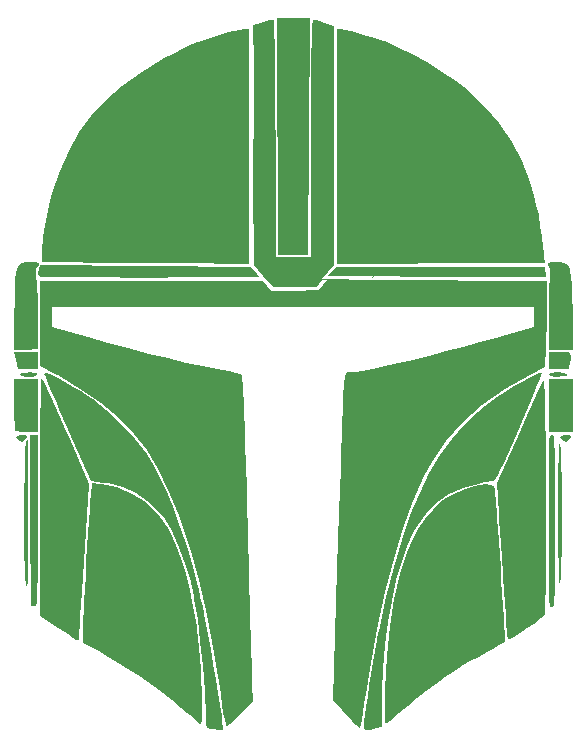
<source format=gbr>
%TF.GenerationSoftware,KiCad,Pcbnew,(6.0.0)*%
%TF.CreationDate,2022-03-24T14:36:50-05:00*%
%TF.ProjectId,Mando,4d616e64-6f2e-46b6-9963-61645f706362,rev?*%
%TF.SameCoordinates,Original*%
%TF.FileFunction,Copper,L1,Top*%
%TF.FilePolarity,Positive*%
%FSLAX46Y46*%
G04 Gerber Fmt 4.6, Leading zero omitted, Abs format (unit mm)*
G04 Created by KiCad (PCBNEW (6.0.0)) date 2022-03-24 14:36:50*
%MOMM*%
%LPD*%
G01*
G04 APERTURE LIST*
G04 APERTURE END LIST*
%TO.C,G\u002A\u002A\u002A*%
G36*
X202787929Y-109789094D02*
G01*
X203064324Y-109854708D01*
X203119222Y-109947281D01*
X202930893Y-110053083D01*
X202821123Y-110086047D01*
X202114812Y-110143514D01*
X201734492Y-110078028D01*
X201504836Y-109979834D01*
X201516551Y-109884433D01*
X201739685Y-109808111D01*
X202144285Y-109767152D01*
X202311765Y-109764171D01*
X202787929Y-109789094D01*
G37*
G36*
X203279767Y-115098135D02*
G01*
X203380980Y-115217954D01*
X203234002Y-115435817D01*
X203148785Y-115516946D01*
X202944293Y-115666128D01*
X202787998Y-115611499D01*
X202673384Y-115493346D01*
X202482339Y-115240296D01*
X202512501Y-115108914D01*
X202784434Y-115063621D01*
X202922995Y-115061498D01*
X203279767Y-115098135D01*
G37*
G36*
X202836498Y-108019439D02*
G01*
X203186432Y-108074355D01*
X203336442Y-108143869D01*
X203372431Y-108358309D01*
X203356841Y-108726057D01*
X203336135Y-108890927D01*
X203245922Y-109492514D01*
X201496792Y-109492514D01*
X201496792Y-107998396D01*
X202371663Y-107998396D01*
X202836498Y-108019439D01*
G37*
G36*
X203534225Y-114789840D02*
G01*
X201496792Y-114789840D01*
X201496792Y-110307487D01*
X203534225Y-110307487D01*
X203534225Y-114789840D01*
G37*
G36*
X181170000Y-99841600D02*
G01*
X178630000Y-99841600D01*
X178541711Y-79745990D01*
X181258289Y-79745990D01*
X181170000Y-99841600D01*
G37*
G36*
X202460660Y-100417629D02*
G01*
X202833076Y-100482203D01*
X203031375Y-100561765D01*
X203188548Y-100762017D01*
X203313056Y-101117748D01*
X203407321Y-101650472D01*
X203473766Y-102381702D01*
X203514811Y-103332950D01*
X203532878Y-104525730D01*
X203534225Y-105028700D01*
X203534225Y-107862567D01*
X201496792Y-107862567D01*
X201496792Y-105016552D01*
X201504126Y-103982155D01*
X201525296Y-103118814D01*
X201559055Y-102453400D01*
X201604154Y-102012779D01*
X201644001Y-101847448D01*
X201642400Y-101518000D01*
X201633624Y-101153246D01*
X201587646Y-101037161D01*
X201475999Y-100707820D01*
X201451689Y-100495259D01*
X201463075Y-100470972D01*
X201670230Y-100405910D01*
X202037902Y-100390163D01*
X202460660Y-100417629D01*
G37*
G36*
X178231999Y-79934267D02*
G01*
X178249842Y-80084083D01*
X178267987Y-80484032D01*
X178286108Y-81112588D01*
X178303879Y-81948227D01*
X178320974Y-82969424D01*
X178337069Y-84154654D01*
X178351837Y-85482392D01*
X178364952Y-86931114D01*
X178376089Y-88479295D01*
X178384492Y-90012339D01*
X178431017Y-99984492D01*
X181394118Y-99984492D01*
X181394118Y-89996807D01*
X181394845Y-88062432D01*
X181397230Y-86383015D01*
X181401574Y-84941861D01*
X181408179Y-83722274D01*
X181417347Y-82707557D01*
X181429382Y-81881015D01*
X181444584Y-81225951D01*
X181463256Y-80725671D01*
X181485701Y-80363477D01*
X181512220Y-80122674D01*
X181543117Y-79986566D01*
X181576171Y-79939261D01*
X181793690Y-79946820D01*
X182171059Y-80037943D01*
X182526973Y-80157026D01*
X183295722Y-80444652D01*
X183295722Y-100685832D01*
X182803959Y-101285964D01*
X182312195Y-101886096D01*
X182728028Y-101886096D01*
X186453200Y-101924400D01*
X186631000Y-101619600D01*
X182821000Y-101619600D01*
X183024200Y-101365600D01*
X183252800Y-101086200D01*
X183519070Y-100797496D01*
X192473974Y-100832438D01*
X201210600Y-100806800D01*
X201261400Y-101670400D01*
X199153200Y-101670400D01*
X198391200Y-101645000D01*
X191203000Y-101645000D01*
X186681800Y-101619600D01*
X186504000Y-101924400D01*
X201360963Y-102021925D01*
X201360412Y-103957487D01*
X201353117Y-104859399D01*
X201333704Y-105857886D01*
X201305188Y-106827451D01*
X201272993Y-107596124D01*
X201186124Y-109299199D01*
X199887146Y-109973129D01*
X197774836Y-111190929D01*
X195901622Y-112530554D01*
X194260534Y-113998719D01*
X192844600Y-115602141D01*
X191646852Y-117347536D01*
X190988986Y-118547386D01*
X190053671Y-120615736D01*
X189182498Y-122946069D01*
X188376040Y-125536256D01*
X187634874Y-128384163D01*
X186959573Y-131487659D01*
X186350712Y-134844612D01*
X186015935Y-136990363D01*
X185890128Y-137835090D01*
X185775842Y-138583678D01*
X185679387Y-139196304D01*
X185607075Y-139633144D01*
X185565216Y-139854374D01*
X185559076Y-139873367D01*
X185454878Y-139801575D01*
X185215423Y-139576894D01*
X184889949Y-139245829D01*
X184847980Y-139201720D01*
X184429615Y-138757826D01*
X184013282Y-138311763D01*
X183728746Y-138003297D01*
X183282513Y-137514616D01*
X183627659Y-126389928D01*
X183704245Y-123913927D01*
X183772684Y-121695376D01*
X183833870Y-119720217D01*
X183888696Y-117974392D01*
X183938057Y-116443846D01*
X183982845Y-115114519D01*
X184023953Y-113972354D01*
X184062277Y-113003295D01*
X184098710Y-112193283D01*
X184134144Y-111528262D01*
X184169474Y-110994173D01*
X184205593Y-110576959D01*
X184243395Y-110262563D01*
X184283774Y-110036927D01*
X184327623Y-109885994D01*
X184375835Y-109795707D01*
X184429305Y-109752007D01*
X184488926Y-109740837D01*
X184555592Y-109748141D01*
X184630196Y-109759860D01*
X184684606Y-109763184D01*
X185098720Y-109726376D01*
X185744500Y-109622516D01*
X186592268Y-109458693D01*
X187612346Y-109241992D01*
X188775054Y-108979499D01*
X190050713Y-108678302D01*
X191409644Y-108345487D01*
X192822169Y-107988139D01*
X194258608Y-107613346D01*
X195689283Y-107228194D01*
X197084515Y-106839769D01*
X197863369Y-106616485D01*
X200274332Y-105917201D01*
X200274332Y-104194305D01*
X179866043Y-104228704D01*
X159457754Y-104263102D01*
X159457754Y-105883971D01*
X160951872Y-106336283D01*
X162539215Y-106803978D01*
X164212554Y-107273684D01*
X165925575Y-107733860D01*
X167631961Y-108172967D01*
X169285396Y-108579465D01*
X170839566Y-108941813D01*
X172248154Y-109248471D01*
X173464845Y-109487900D01*
X173923530Y-109568321D01*
X174527819Y-109680158D01*
X175038501Y-109794928D01*
X175391578Y-109897061D01*
X175513524Y-109955134D01*
X175545940Y-110060762D01*
X175579381Y-110326702D01*
X175614286Y-110763773D01*
X175651093Y-111382795D01*
X175690241Y-112194587D01*
X175732168Y-113209969D01*
X175777312Y-114439761D01*
X175826112Y-115894781D01*
X175879006Y-117585850D01*
X175936432Y-119523787D01*
X175998830Y-121719411D01*
X176017651Y-122396257D01*
X176068855Y-124236652D01*
X176119102Y-126025360D01*
X176167742Y-127740198D01*
X176214125Y-129358982D01*
X176257600Y-130859529D01*
X176297515Y-132219656D01*
X176333221Y-133417178D01*
X176364068Y-134429912D01*
X176389403Y-135235675D01*
X176408577Y-135812284D01*
X176420137Y-136119461D01*
X176482285Y-137550151D01*
X175409328Y-138696095D01*
X174908586Y-139209031D01*
X174527581Y-139553172D01*
X174285569Y-139712187D01*
X174213471Y-139710324D01*
X174156889Y-139540035D01*
X174072611Y-139144462D01*
X173968551Y-138567632D01*
X173852622Y-137853576D01*
X173732741Y-137046321D01*
X173725875Y-136997861D01*
X173183677Y-133544813D01*
X172566711Y-130327120D01*
X171876209Y-127348849D01*
X171113405Y-124614069D01*
X170279532Y-122126848D01*
X169375824Y-119891252D01*
X168403514Y-117911350D01*
X167462034Y-116338153D01*
X166413766Y-114964052D01*
X165116458Y-113625248D01*
X163592215Y-112340326D01*
X161863141Y-111127876D01*
X159951339Y-110006482D01*
X159899198Y-109978603D01*
X158439038Y-109199746D01*
X158439038Y-102021925D01*
X177295103Y-102021925D01*
X177637980Y-102429412D01*
X177980858Y-102836899D01*
X179925188Y-102832630D01*
X180688487Y-102829315D01*
X181226929Y-102818440D01*
X181587314Y-102813400D01*
X181857888Y-102818967D01*
X182008200Y-102813400D01*
X182211400Y-102559400D01*
X182363800Y-102356200D01*
X182719400Y-101899000D01*
X182287600Y-101899000D01*
X182033600Y-102254600D01*
X181932000Y-102407000D01*
X181815880Y-102559400D01*
X181220800Y-102559400D01*
X180642080Y-102559767D01*
X179845894Y-102565241D01*
X178172800Y-102559400D01*
X177360000Y-101594200D01*
X176598000Y-100668830D01*
X176504278Y-93760955D01*
X176506174Y-92276185D01*
X176511602Y-90759672D01*
X176520173Y-89255780D01*
X176531499Y-87808878D01*
X176545189Y-86463332D01*
X176521800Y-85287400D01*
X176521800Y-83636400D01*
X176496400Y-80359800D01*
X177404389Y-80073641D01*
X177816905Y-79956744D01*
X178123940Y-79912544D01*
X178231999Y-79934267D01*
G37*
G36*
X202467715Y-115706432D02*
G01*
X202507005Y-115878400D01*
X202541059Y-116287552D01*
X202569861Y-116899463D01*
X202593394Y-117679707D01*
X202611644Y-118593861D01*
X202624594Y-119607500D01*
X202632228Y-120686199D01*
X202634530Y-121795534D01*
X202631483Y-122901081D01*
X202623073Y-123968415D01*
X202609282Y-124963110D01*
X202590095Y-125850744D01*
X202565496Y-126596891D01*
X202535468Y-127167127D01*
X202499996Y-127527026D01*
X202473269Y-127633188D01*
X202435219Y-127631201D01*
X202403274Y-127472700D01*
X202377019Y-127142122D01*
X202356039Y-126623905D01*
X202339919Y-125902487D01*
X202328246Y-124962305D01*
X202320605Y-123787797D01*
X202316582Y-122363400D01*
X202315895Y-121723904D01*
X202316594Y-120188108D01*
X202321193Y-118907959D01*
X202330095Y-117867468D01*
X202343705Y-117050645D01*
X202362424Y-116441502D01*
X202386657Y-116024051D01*
X202416807Y-115782301D01*
X202453277Y-115700266D01*
X202467715Y-115706432D01*
G37*
G36*
X159043079Y-109826843D02*
G01*
X159420763Y-109988210D01*
X159937292Y-110246994D01*
X160547905Y-110578340D01*
X161207840Y-110957394D01*
X161872335Y-111359304D01*
X162496628Y-111759215D01*
X162915181Y-112045468D01*
X164652581Y-113432033D01*
X166171390Y-114975432D01*
X167483236Y-116688282D01*
X168101011Y-117673277D01*
X168626527Y-118667701D01*
X169179905Y-119888483D01*
X169745961Y-121293756D01*
X170309512Y-122841652D01*
X170855375Y-124490305D01*
X171368364Y-126197847D01*
X171833298Y-127922410D01*
X171868301Y-128061210D01*
X172028387Y-128750577D01*
X172220022Y-129658510D01*
X172434241Y-130734959D01*
X172662077Y-131929871D01*
X172894564Y-133193193D01*
X173122737Y-134474874D01*
X173337629Y-135724861D01*
X173530275Y-136893102D01*
X173691709Y-137929545D01*
X173812964Y-138784138D01*
X173864518Y-139205080D01*
X173958619Y-140054011D01*
X173567545Y-140040471D01*
X173140565Y-139995473D01*
X172836898Y-139932905D01*
X172662466Y-139866039D01*
X172558044Y-139743354D01*
X172502573Y-139501909D01*
X172474994Y-139078763D01*
X172466483Y-138825856D01*
X172373188Y-136729021D01*
X172223925Y-134628961D01*
X172025242Y-132591369D01*
X171783691Y-130681935D01*
X171505821Y-128966353D01*
X171458056Y-128712300D01*
X171106862Y-127165804D01*
X170668344Y-125696980D01*
X170159073Y-124345798D01*
X169595619Y-123152232D01*
X168994552Y-122156255D01*
X168465961Y-121494364D01*
X167523628Y-120614714D01*
X166530897Y-119952157D01*
X165428177Y-119476149D01*
X164155876Y-119156147D01*
X163781744Y-119093476D01*
X162728537Y-118932621D01*
X161255237Y-115604813D01*
X160657749Y-114254229D01*
X160162142Y-113130834D01*
X159759748Y-112213670D01*
X159441897Y-111481778D01*
X159199921Y-110914202D01*
X159025151Y-110489984D01*
X158908916Y-110188166D01*
X158842549Y-109987790D01*
X158817379Y-109867900D01*
X158824738Y-109807537D01*
X158849002Y-109787745D01*
X159043079Y-109826843D01*
G37*
G36*
X157941038Y-109792772D02*
G01*
X158144699Y-109850966D01*
X158167380Y-109885468D01*
X158047294Y-110046339D01*
X157737023Y-110136708D01*
X157311544Y-110145117D01*
X156909300Y-110077707D01*
X156745425Y-109970840D01*
X156747530Y-109889720D01*
X156911333Y-109816598D01*
X157228654Y-109775875D01*
X157603789Y-109767838D01*
X157941038Y-109792772D01*
G37*
G36*
X158091425Y-100411336D02*
G01*
X158318036Y-100487418D01*
X158339824Y-100647236D01*
X158215185Y-100879008D01*
X158107111Y-101094129D01*
X158070699Y-101351575D01*
X158102544Y-101733549D01*
X158163762Y-102119856D01*
X158222055Y-102632151D01*
X158262600Y-103355792D01*
X158283312Y-104230922D01*
X158282105Y-105197683D01*
X158278674Y-105417647D01*
X158235294Y-107794653D01*
X157250535Y-107834560D01*
X156265776Y-107874468D01*
X156273872Y-104982154D01*
X156281636Y-103742612D01*
X156302511Y-102747924D01*
X156344385Y-101971338D01*
X156415148Y-101386099D01*
X156522688Y-100965456D01*
X156674895Y-100682654D01*
X156879656Y-100510941D01*
X157144860Y-100423564D01*
X157478397Y-100393768D01*
X157627387Y-100391979D01*
X158091425Y-100411336D01*
G37*
G36*
X183923795Y-80722126D02*
G01*
X184244590Y-80763355D01*
X184757940Y-80874816D01*
X185399351Y-81038855D01*
X186104328Y-81237819D01*
X186808377Y-81454053D01*
X187447006Y-81669904D01*
X187625132Y-81735302D01*
X188700015Y-82193397D01*
X189905423Y-82798267D01*
X191174433Y-83510104D01*
X192440125Y-84289100D01*
X193635576Y-85095448D01*
X194693866Y-85889339D01*
X194924297Y-86077155D01*
X196151592Y-87254298D01*
X197283064Y-88654102D01*
X198365800Y-90237413D01*
X199254800Y-91884233D01*
X199940600Y-93611433D01*
X200270800Y-94805233D01*
X200474000Y-95630453D01*
X200651800Y-96471829D01*
X200804200Y-97370633D01*
X200931200Y-98255424D01*
X201032800Y-99021633D01*
X201109000Y-99631233D01*
X201134400Y-99984763D01*
X201185200Y-100467363D01*
X196907284Y-100462982D01*
X195668265Y-100486591D01*
X194239931Y-100507877D01*
X192704622Y-100525991D01*
X191144674Y-100540082D01*
X189642429Y-100549299D01*
X188280223Y-100552790D01*
X188214236Y-100552800D01*
X183618180Y-100552800D01*
X183618180Y-80721784D01*
X183923795Y-80722126D01*
G37*
G36*
X196627896Y-119261659D02*
G01*
X196867690Y-119390677D01*
X196872059Y-119397423D01*
X196924711Y-119598807D01*
X196982155Y-120004846D01*
X197036072Y-120548852D01*
X197065486Y-120947976D01*
X197095887Y-121409717D01*
X197142557Y-122100505D01*
X197202606Y-122978407D01*
X197273143Y-124001489D01*
X197351281Y-125127818D01*
X197434129Y-126315458D01*
X197504802Y-127323447D01*
X197582907Y-128465764D01*
X197651218Y-129526022D01*
X197708034Y-130472886D01*
X197751653Y-131275019D01*
X197780375Y-131901087D01*
X197792498Y-132319753D01*
X197786321Y-132499682D01*
X197785885Y-132500934D01*
X197644413Y-132632743D01*
X197310878Y-132856939D01*
X196835068Y-133142191D01*
X196266770Y-133457165D01*
X196264781Y-133458227D01*
X195585051Y-133827416D01*
X194887686Y-134216588D01*
X194266885Y-134572669D01*
X193910576Y-134784634D01*
X193402720Y-135116131D01*
X192738867Y-135580629D01*
X191972400Y-136138043D01*
X191156704Y-136748293D01*
X190345162Y-137371295D01*
X189591159Y-137966968D01*
X188948079Y-138495230D01*
X188796792Y-138624202D01*
X188385427Y-138972339D01*
X188036243Y-139256683D01*
X187813998Y-139424743D01*
X187790963Y-139439495D01*
X187728783Y-139443380D01*
X187684303Y-139350313D01*
X187656386Y-139130360D01*
X187643895Y-138753588D01*
X187645693Y-138190063D01*
X187660640Y-137409853D01*
X187682185Y-136577455D01*
X187818986Y-133791440D01*
X188069638Y-131246623D01*
X188435225Y-128937056D01*
X188916831Y-126856792D01*
X189515541Y-124999880D01*
X190005885Y-123827618D01*
X190466502Y-122981776D01*
X191044233Y-122143290D01*
X191685341Y-121377472D01*
X192336086Y-120749636D01*
X192839897Y-120383166D01*
X193508985Y-120029721D01*
X194227481Y-119727116D01*
X194947004Y-119487179D01*
X195619169Y-119321738D01*
X196195594Y-119242622D01*
X196627896Y-119261659D01*
G37*
G36*
X176300535Y-100825221D02*
G01*
X176603653Y-101184971D01*
X176793610Y-101431815D01*
X176928200Y-101619600D01*
X177029800Y-101721200D01*
X174609664Y-101721200D01*
X173623872Y-101707224D01*
X172505383Y-101715418D01*
X171281912Y-101721723D01*
X169981175Y-101726136D01*
X168630886Y-101728657D01*
X167258761Y-101729283D01*
X165892513Y-101728014D01*
X164559860Y-101724848D01*
X163288514Y-101719784D01*
X162106192Y-101712820D01*
X161040608Y-101703955D01*
X160119478Y-101693188D01*
X159370516Y-101680517D01*
X158821437Y-101665942D01*
X158499956Y-101649459D01*
X158428283Y-101638849D01*
X158290032Y-101509190D01*
X158295643Y-101249450D01*
X158326408Y-101120080D01*
X158439031Y-100693635D01*
X176300535Y-100825221D01*
G37*
G36*
X176132366Y-100551349D02*
G01*
X170325682Y-100520182D01*
X168951025Y-100512205D01*
X167538839Y-100502921D01*
X166139361Y-100492733D01*
X164802826Y-100482045D01*
X163579472Y-100471264D01*
X162519535Y-100460793D01*
X161673251Y-100451037D01*
X161564719Y-100449619D01*
X158610441Y-100410222D01*
X158610441Y-99479861D01*
X158687884Y-98280933D01*
X158920598Y-96867649D01*
X159309160Y-95236804D01*
X159492566Y-94577527D01*
X160115411Y-92690477D01*
X160853936Y-90989003D01*
X161730417Y-89446288D01*
X162767131Y-88035513D01*
X163986354Y-86729858D01*
X165410363Y-85502504D01*
X167061434Y-84326634D01*
X168961844Y-83175427D01*
X168964904Y-83173699D01*
X169698283Y-82776150D01*
X170463624Y-82389195D01*
X171176500Y-82053878D01*
X171752483Y-81811243D01*
X171817310Y-81787035D01*
X172558778Y-81531215D01*
X173345875Y-81285009D01*
X174118649Y-81064636D01*
X174817148Y-80886318D01*
X175381420Y-80766273D01*
X175751511Y-80720721D01*
X175758837Y-80720675D01*
X176132366Y-80720333D01*
X176132366Y-100551349D01*
G37*
G36*
X157421651Y-115492953D02*
G01*
X157434792Y-115638560D01*
X157445674Y-116029171D01*
X157454161Y-116638140D01*
X157460114Y-117438820D01*
X157463397Y-118404565D01*
X157463871Y-119508731D01*
X157461399Y-120724670D01*
X157455843Y-122025737D01*
X157455608Y-122069334D01*
X157446892Y-123560933D01*
X157437901Y-124799101D01*
X157427943Y-125802065D01*
X157416329Y-126588051D01*
X157402368Y-127175286D01*
X157385368Y-127581996D01*
X157364638Y-127826408D01*
X157339489Y-127926749D01*
X157309230Y-127901244D01*
X157273169Y-127768121D01*
X157245026Y-127625669D01*
X157196793Y-127275229D01*
X157158797Y-126789775D01*
X157130582Y-126147480D01*
X157111688Y-125326517D01*
X157101658Y-124305058D01*
X157100035Y-123061277D01*
X157106359Y-121573346D01*
X157109197Y-121151036D01*
X157121120Y-119708595D01*
X157135148Y-118517133D01*
X157152423Y-117555972D01*
X157174085Y-116804436D01*
X157201278Y-116241846D01*
X157235143Y-115847527D01*
X157276821Y-115600799D01*
X157327455Y-115480988D01*
X157388187Y-115467414D01*
X157421651Y-115492953D01*
G37*
G36*
X157233778Y-115098135D02*
G01*
X157334991Y-115217954D01*
X157188013Y-115435817D01*
X157102796Y-115516946D01*
X156898304Y-115666128D01*
X156742009Y-115611499D01*
X156627395Y-115493346D01*
X156436350Y-115240296D01*
X156466511Y-115108914D01*
X156738444Y-115063621D01*
X156877005Y-115061498D01*
X157233778Y-115098135D01*
G37*
G36*
X200905075Y-109806323D02*
G01*
X200877537Y-109950193D01*
X200753092Y-110308495D01*
X200545136Y-110847403D01*
X200267062Y-111533092D01*
X199932264Y-112331736D01*
X199591174Y-113124517D01*
X198978501Y-114527777D01*
X198462646Y-115698860D01*
X198035002Y-116655958D01*
X197686959Y-117417259D01*
X197409909Y-118000954D01*
X197195244Y-118425233D01*
X197034356Y-118708285D01*
X196918636Y-118868301D01*
X196847658Y-118921688D01*
X196639826Y-118968781D01*
X196240465Y-119048998D01*
X195725389Y-119147247D01*
X195568080Y-119176426D01*
X194218031Y-119527369D01*
X193038817Y-120060726D01*
X192005158Y-120795593D01*
X191091771Y-121751067D01*
X190273375Y-122946243D01*
X190046583Y-123347059D01*
X189526658Y-124466192D01*
X189047424Y-125819030D01*
X188615363Y-127369781D01*
X188236963Y-129082655D01*
X187918708Y-130921859D01*
X187667084Y-132851603D01*
X187488576Y-134836095D01*
X187389670Y-136839545D01*
X187371141Y-138112065D01*
X187370588Y-139769584D01*
X186861230Y-139911040D01*
X186356922Y-140031124D01*
X186056667Y-140038276D01*
X185912628Y-139921288D01*
X185876912Y-139680481D01*
X185899476Y-139351508D01*
X185962096Y-138799979D01*
X186057888Y-138070911D01*
X186179966Y-137209321D01*
X186321443Y-136260223D01*
X186475434Y-135268635D01*
X186635052Y-134279572D01*
X186793413Y-133338051D01*
X186943630Y-132489087D01*
X187078817Y-131777697D01*
X187107156Y-131637805D01*
X187726540Y-128818802D01*
X188375514Y-126255214D01*
X189061179Y-123931732D01*
X189790633Y-121833045D01*
X190570976Y-119943842D01*
X191409306Y-118248815D01*
X192312724Y-116732654D01*
X193288327Y-115380047D01*
X194343216Y-114175686D01*
X195484489Y-113104260D01*
X195835875Y-112813616D01*
X196433211Y-112357151D01*
X197109632Y-111879265D01*
X197827584Y-111402235D01*
X198549512Y-110948341D01*
X199237864Y-110539863D01*
X199855084Y-110199078D01*
X200363618Y-109948267D01*
X200725913Y-109809707D01*
X200904414Y-109805678D01*
X200905075Y-109806323D01*
G37*
G36*
X158270442Y-122292541D02*
G01*
X158261979Y-123892035D01*
X158252953Y-125240858D01*
X158242657Y-126359999D01*
X158230380Y-127270444D01*
X158215416Y-127993181D01*
X158197054Y-128549197D01*
X158174586Y-128959481D01*
X158147304Y-129245019D01*
X158114500Y-129426799D01*
X158075464Y-129525808D01*
X158029488Y-129563034D01*
X158024927Y-129564082D01*
X157783465Y-129547328D01*
X157719312Y-129509330D01*
X157701133Y-129359110D01*
X157684092Y-128962695D01*
X157668521Y-128345549D01*
X157654754Y-127533135D01*
X157643125Y-126550915D01*
X157633967Y-125424351D01*
X157627614Y-124178908D01*
X157624399Y-122840047D01*
X157624064Y-122237790D01*
X157624064Y-115061498D01*
X158305589Y-115061498D01*
X158270442Y-122292541D01*
G37*
G36*
X201827839Y-115066806D02*
G01*
X201877875Y-115097025D01*
X201919358Y-115173590D01*
X201953090Y-115317940D01*
X201979872Y-115551513D01*
X202000506Y-115895746D01*
X202015793Y-116372077D01*
X202026534Y-117001945D01*
X202033532Y-117806785D01*
X202037586Y-118808037D01*
X202039499Y-120027139D01*
X202040072Y-121485527D01*
X202040107Y-122328342D01*
X202039909Y-123917020D01*
X202038779Y-125255478D01*
X202035917Y-126365154D01*
X202030520Y-127267485D01*
X202021789Y-127983910D01*
X202008920Y-128535865D01*
X201991113Y-128944789D01*
X201967567Y-129232120D01*
X201937479Y-129419295D01*
X201900049Y-129527752D01*
X201854476Y-129578928D01*
X201799956Y-129594262D01*
X201768449Y-129595187D01*
X201709059Y-129589879D01*
X201659024Y-129559660D01*
X201617540Y-129483095D01*
X201583808Y-129338745D01*
X201557026Y-129105172D01*
X201536392Y-128760939D01*
X201521105Y-128284607D01*
X201510364Y-127654740D01*
X201503367Y-126849900D01*
X201499313Y-125848647D01*
X201497399Y-124629546D01*
X201496826Y-123171158D01*
X201496792Y-122328342D01*
X201496990Y-120739664D01*
X201498120Y-119401207D01*
X201500982Y-118291531D01*
X201506378Y-117389200D01*
X201515110Y-116672775D01*
X201527978Y-116120820D01*
X201545785Y-115711895D01*
X201569332Y-115424565D01*
X201599419Y-115237390D01*
X201636849Y-115128933D01*
X201682423Y-115077757D01*
X201736942Y-115062423D01*
X201768449Y-115061498D01*
X201827839Y-115066806D01*
G37*
G36*
X201106916Y-110504648D02*
G01*
X201134836Y-110851449D01*
X201162077Y-111415683D01*
X201188301Y-112170237D01*
X201213168Y-113087997D01*
X201236341Y-114141850D01*
X201257479Y-115304685D01*
X201276246Y-116549388D01*
X201292301Y-117848846D01*
X201305307Y-119175947D01*
X201314924Y-120503577D01*
X201320814Y-121804625D01*
X201322637Y-123051977D01*
X201320057Y-124218520D01*
X201312732Y-125277142D01*
X201300326Y-126200729D01*
X201284641Y-126890473D01*
X201186087Y-130288140D01*
X200628338Y-130736286D01*
X200227653Y-131039952D01*
X199691903Y-131422590D01*
X199114049Y-131820015D01*
X198587051Y-132168045D01*
X198269896Y-132364634D01*
X198086582Y-132359669D01*
X198038338Y-132286417D01*
X198016492Y-132115454D01*
X197979982Y-131703502D01*
X197931014Y-131080702D01*
X197871794Y-130277199D01*
X197804528Y-129323135D01*
X197731421Y-128248655D01*
X197654680Y-127083901D01*
X197632654Y-126742781D01*
X197553185Y-125511440D01*
X197475814Y-124321951D01*
X197403015Y-123211652D01*
X197337259Y-122217878D01*
X197281018Y-121377966D01*
X197236766Y-120729252D01*
X197206973Y-120309072D01*
X197204091Y-120270544D01*
X197120401Y-119163548D01*
X199046488Y-114837389D01*
X199499761Y-113822894D01*
X199921091Y-112886770D01*
X200297129Y-112058150D01*
X200614525Y-111366171D01*
X200859927Y-110839966D01*
X201019988Y-110508672D01*
X201078656Y-110402391D01*
X201106916Y-110504648D01*
G37*
G36*
X158303209Y-109492514D02*
G01*
X157437300Y-109492514D01*
X156966983Y-109486311D01*
X156700411Y-109448927D01*
X156569686Y-109352202D01*
X156506911Y-109167973D01*
X156493062Y-109100873D01*
X156400147Y-108669345D01*
X156325530Y-108353814D01*
X156236327Y-107998396D01*
X158303209Y-107998396D01*
X158303209Y-109492514D01*
G37*
G36*
X163585222Y-119220577D02*
G01*
X164977762Y-119499880D01*
X166250518Y-120020193D01*
X167392987Y-120773818D01*
X168394668Y-121753059D01*
X169245061Y-122950220D01*
X169616747Y-123641429D01*
X170077231Y-124661939D01*
X170476682Y-125723221D01*
X170827137Y-126870006D01*
X171140636Y-128147022D01*
X171429216Y-129599000D01*
X171704914Y-131270670D01*
X171749110Y-131564706D01*
X171834716Y-132236963D01*
X171913386Y-133035238D01*
X171983649Y-133920817D01*
X172044034Y-134854982D01*
X172093072Y-135799019D01*
X172129291Y-136714210D01*
X172151220Y-137561841D01*
X172157390Y-138303194D01*
X172146330Y-138899554D01*
X172116569Y-139312204D01*
X172066636Y-139502430D01*
X172050924Y-139510695D01*
X171848336Y-139410349D01*
X171809961Y-139361564D01*
X171677410Y-139230523D01*
X171369013Y-138962440D01*
X170922097Y-138588659D01*
X170373993Y-138140522D01*
X169934297Y-137786730D01*
X168477151Y-136668509D01*
X166951046Y-135582296D01*
X165429073Y-134577415D01*
X163984325Y-133703186D01*
X163396792Y-133375255D01*
X162038503Y-132639434D01*
X162077016Y-131219182D01*
X162095570Y-130725054D01*
X162129618Y-130004236D01*
X162176518Y-129101090D01*
X162233629Y-128059979D01*
X162298308Y-126925264D01*
X162367912Y-125741306D01*
X162439799Y-124552469D01*
X162511327Y-123403114D01*
X162579853Y-122337603D01*
X162642735Y-121400298D01*
X162697331Y-120635560D01*
X162738005Y-120122128D01*
X162822850Y-119138373D01*
X163585222Y-119220577D01*
G37*
G36*
X158303209Y-114789840D02*
G01*
X157375045Y-114789840D01*
X156895774Y-114777466D01*
X156529986Y-114745020D01*
X156356556Y-114699513D01*
X156356328Y-114699287D01*
X156325468Y-114539045D01*
X156299124Y-114155456D01*
X156279250Y-113596818D01*
X156267795Y-112911429D01*
X156265776Y-112458111D01*
X156265776Y-110307487D01*
X158303209Y-110307487D01*
X158303209Y-114789840D01*
G37*
G36*
X158601549Y-110333048D02*
G01*
X158676392Y-110424125D01*
X158782509Y-110602308D01*
X158930078Y-110889189D01*
X159129278Y-111306359D01*
X159390290Y-111875408D01*
X159723292Y-112617927D01*
X160138463Y-113555508D01*
X160645983Y-114709740D01*
X160946804Y-115395964D01*
X162615094Y-119204278D01*
X162163751Y-125791979D01*
X162073999Y-127100689D01*
X161989914Y-128324301D01*
X161913306Y-129436615D01*
X161845991Y-130411430D01*
X161789778Y-131222548D01*
X161746482Y-131843767D01*
X161717914Y-132248889D01*
X161705887Y-132411712D01*
X161705669Y-132413637D01*
X161652879Y-132440344D01*
X161500585Y-132381935D01*
X161219997Y-132221608D01*
X160782328Y-131942559D01*
X160158790Y-131527988D01*
X159967112Y-131398922D01*
X158439038Y-130368171D01*
X158439038Y-120337829D01*
X158440472Y-118713976D01*
X158444623Y-117171652D01*
X158451261Y-115732020D01*
X158460155Y-114416241D01*
X158471078Y-113245476D01*
X158483799Y-112240887D01*
X158498089Y-111423635D01*
X158513719Y-110814882D01*
X158530458Y-110435790D01*
X158547800Y-110307487D01*
X158601549Y-110333048D01*
G37*
%TD*%
M02*

</source>
